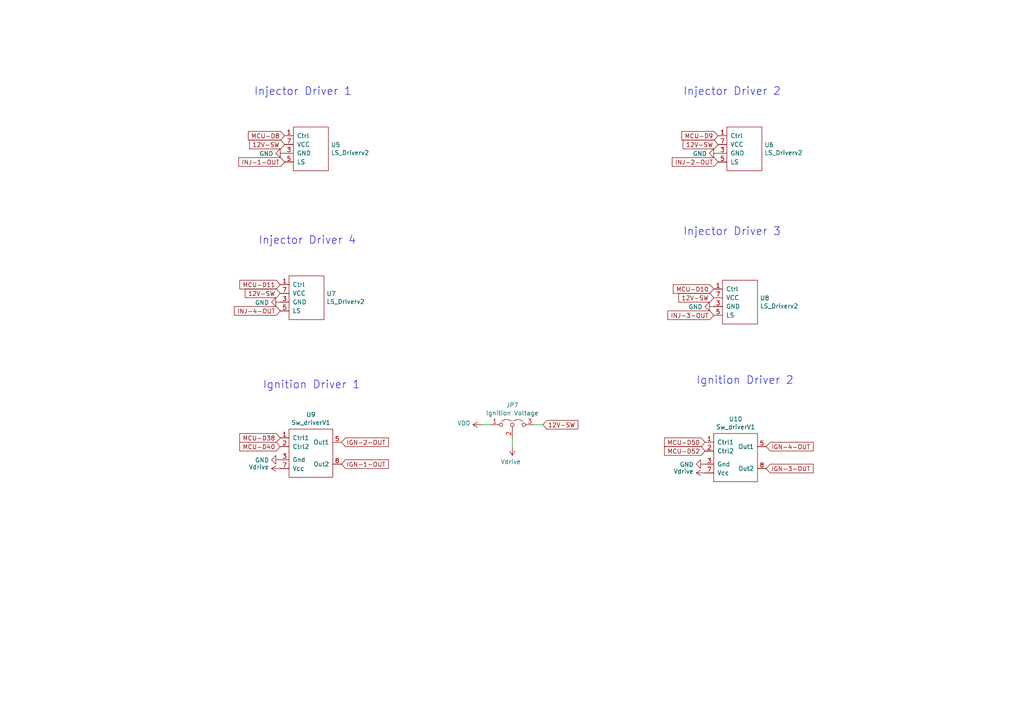
<source format=kicad_sch>
(kicad_sch (version 20211123) (generator eeschema)
  (paper "A4")
  (lib_symbols
    (symbol "J-Eagan:LS_Driverv2" (pin_names (offset 1.016))
      (property "Reference" "U" (at 3.81 -6.35 0))
      (property "Value" "LS_Driverv2" (at 3.81 -6.35 0))
      (symbol "LS_Driverv2_0_1"
        (rectangle (start -5.08 7.62) (end 5.08 -5.08))
      )
      (symbol "LS_Driverv2_1_1"
        (pin input line (at -7.62 5.08 0) (length 2.54) (name "Ctrl") (number "1"))
        (pin power_in line (at -7.62 0 0) (length 2.54) (name "GND") (number "3"))
        (pin power_in line (at -7.62 0 0) (length 2.54) hide (name "GND") (number "4"))
        (pin power_out line (at -7.62 -2.54 0) (length 2.54) (name "LS") (number "5"))
        (pin power_out line (at -7.62 -2.54 0) (length 2.54) hide (name "LS") (number "6"))
        (pin power_in line (at -7.62 2.54 0) (length 2.54) (name "VCC") (number "7"))
      )
    )
    (symbol "J-Eagan:Sw_driverV1" (pin_names (offset 1.016))
      (property "Reference" "U" (at -5.08 8.89 0))
      (property "Value" "Sw_driverV1" (at 0 -7.62 0))
      (symbol "Sw_driverV1_0_1"
        (rectangle (start -6.35 7.62) (end 6.35 -6.35))
      )
      (symbol "Sw_driverV1_1_1"
        (pin input line (at -8.89 5.08 0) (length 2.54) (name "Ctrl1") (number "1"))
        (pin input line (at -8.89 2.54 0) (length 2.54) (name "Ctrl2") (number "2"))
        (pin input line (at -8.89 -1.27 0) (length 2.54) (name "Gnd") (number "3"))
        (pin input line (at -8.89 -1.27 0) (length 2.54) hide (name "Gnd") (number "4"))
        (pin output line (at 8.89 3.81 180) (length 2.54) (name "Out1") (number "5"))
        (pin output line (at 8.89 3.81 180) (length 2.54) hide (name "Out1") (number "6"))
        (pin input line (at -8.89 -3.81 0) (length 2.54) (name "Vcc") (number "7"))
        (pin output line (at 8.89 -2.54 180) (length 2.54) (name "Out2") (number "8"))
      )
    )
    (symbol "Jumper:Jumper_3_Open" (pin_names (offset 0) hide)
      (property "Reference" "JP" (at -2.54 -2.54 0))
      (property "Value" "Jumper_3_Open" (at 0 2.794 0))
      (symbol "Jumper_3_Open_0_0"
        (circle (center -3.302 0) (radius 0.508))
        (circle (center 0 0) (radius 0.508))
        (circle (center 3.302 0) (radius 0.508))
      )
      (symbol "Jumper_3_Open_0_1"
        (arc (start -0.254 1.016) (mid -1.651 1.4992) (end -3.048 1.016))
        (polyline (pts (xy 0 -0.508) (xy 0 -1.27)))
        (arc (start 3.048 1.016) (mid 1.651 1.4992) (end 0.254 1.016))
      )
      (symbol "Jumper_3_Open_1_1"
        (pin passive line (at -6.35 0 0) (length 2.54) (name "A") (number "1"))
        (pin passive line (at 0 -3.81 90) (length 2.54) (name "C") (number "2"))
        (pin passive line (at 6.35 0 180) (length 2.54) (name "B") (number "3"))
      )
    )
    (symbol "power:GND" (power) (pin_names (offset 0))
      (property "Value" "GND" (at 0 -3.81 0))
      (symbol "GND_0_1"
        (polyline (pts (xy 0 0) (xy 0 -1.27) (xy 1.27 -1.27) (xy 0 -2.54) (xy -1.27 -1.27) (xy 0 -1.27)))
      )
      (symbol "GND_1_1"
        (pin power_in line (at 0 0 270) (length 0) hide (name "GND") (number "1"))
      )
    )
    (symbol "power:VDD" (power) (pin_names (offset 0))
      (property "Value" "VDD" (at 0 3.81 0))
      (symbol "VDD_0_1"
        (polyline (pts (xy -0.762 1.27) (xy 0 2.54)))
        (polyline (pts (xy 0 0) (xy 0 2.54)))
        (polyline (pts (xy 0 2.54) (xy 0.762 1.27)))
      )
      (symbol "VDD_1_1"
        (pin power_in line (at 0 0 90) (length 0) hide (name "VDD") (number "1"))
      )
    )
    (symbol "power:Vdrive" (power) (pin_names (offset 0))
      (property "Value" "Vdrive" (at 0 3.81 0))
      (symbol "Vdrive_0_1"
        (polyline (pts (xy -0.762 1.27) (xy 0 2.54)))
        (polyline (pts (xy 0 0) (xy 0 2.54)))
        (polyline (pts (xy 0 2.54) (xy 0.762 1.27)))
      )
      (symbol "Vdrive_1_1"
        (pin power_in line (at 0 0 90) (length 0) hide (name "Vdrive") (number "1"))
      )
    )
  )
  (wire (pts (xy 148.59 129.54) (xy 148.59 127)))
  (wire (pts (xy 142.24 123.19) (xy 139.7 123.19)))
  (wire (pts (xy 154.94 123.19) (xy 157.48 123.19)))
  (text "Injector Driver 1" (at 73.66 27.94 0) (effects (font (size 2.2606 2.2606)) (justify left bottom)))
  (text "Injector Driver 2" (at 198.12 27.94 0) (effects (font (size 2.2606 2.2606)) (justify left bottom)))
  (text "Ignition Driver 1" (at 76.2 113.03 0) (effects (font (size 2.2606 2.2606)) (justify left bottom)))
  (text "Injector Driver 4" (at 74.93 71.12 0) (effects (font (size 2.2606 2.2606)) (justify left bottom)))
  (text "Injector Driver 3" (at 198.12 68.58 0) (effects (font (size 2.2606 2.2606)) (justify left bottom)))
  (text "Ignition Driver 2" (at 201.93 111.76 0) (effects (font (size 2.2606 2.2606)) (justify left bottom)))
  (global_label "IGN-4-OUT" (shape input) (at 222.25 129.54 0) (property "Intersheet References" "${INTERSHEET_REFS}" (effects hide)))
  (global_label "12V-SW" (shape input) (at 81.28 85.09 180) (property "Intersheet References" "${INTERSHEET_REFS}" (effects hide)))
  (global_label "MCU-D11" (shape input) (at 81.28 82.55 180) (property "Intersheet References" "${INTERSHEET_REFS}" (effects hide)))
  (global_label "MCU-D40" (shape input) (at 81.28 129.54 180) (property "Intersheet References" "${INTERSHEET_REFS}" (effects hide)))
  (global_label "INJ-3-OUT" (shape input) (at 207.01 91.44 180) (property "Intersheet References" "${INTERSHEET_REFS}" (effects hide)))
  (global_label "IGN-1-OUT" (shape input) (at 99.06 134.62 0) (property "Intersheet References" "${INTERSHEET_REFS}" (effects hide)))
  (global_label "12V-SW" (shape input) (at 82.55 41.91 180) (property "Intersheet References" "${INTERSHEET_REFS}" (effects hide)))
  (global_label "12V-SW" (shape input) (at 207.01 86.36 180) (property "Intersheet References" "${INTERSHEET_REFS}" (effects hide)))
  (global_label "INJ-1-OUT" (shape input) (at 82.55 46.99 180) (property "Intersheet References" "${INTERSHEET_REFS}" (effects hide)))
  (global_label "12V-SW" (shape input) (at 157.48 123.19 0) (property "Intersheet References" "${INTERSHEET_REFS}" (effects hide)))
  (global_label "INJ-4-OUT" (shape input) (at 81.28 90.17 180) (property "Intersheet References" "${INTERSHEET_REFS}" (effects hide)))
  (global_label "IGN-2-OUT" (shape input) (at 99.06 128.27 0) (property "Intersheet References" "${INTERSHEET_REFS}" (effects hide)))
  (global_label "MCU-D38" (shape input) (at 81.28 127 180) (property "Intersheet References" "${INTERSHEET_REFS}" (effects hide)))
  (global_label "MCU-D50" (shape input) (at 204.47 128.27 180) (property "Intersheet References" "${INTERSHEET_REFS}" (effects hide)))
  (global_label "INJ-2-OUT" (shape input) (at 208.28 46.99 180) (property "Intersheet References" "${INTERSHEET_REFS}" (effects hide)))
  (global_label "MCU-D52" (shape input) (at 204.47 130.81 180) (property "Intersheet References" "${INTERSHEET_REFS}" (effects hide)))
  (global_label "MCU-D8" (shape input) (at 82.55 39.37 180) (property "Intersheet References" "${INTERSHEET_REFS}" (effects hide)))
  (global_label "MCU-D10" (shape input) (at 207.01 83.82 180) (property "Intersheet References" "${INTERSHEET_REFS}" (effects hide)))
  (global_label "IGN-3-OUT" (shape input) (at 222.25 135.89 0) (property "Intersheet References" "${INTERSHEET_REFS}" (effects hide)))
  (global_label "12V-SW" (shape input) (at 208.28 41.91 180) (property "Intersheet References" "${INTERSHEET_REFS}" (effects hide)))
  (global_label "MCU-D9" (shape input) (at 208.28 39.37 180) (property "Intersheet References" "${INTERSHEET_REFS}" (effects hide)))
  (symbol (lib_id "J-Eagan:LS_Driverv2") (at 90.17 44.45 0) (unit 1)
    (property "Reference" "U5" (at 95.9612 42.0116 0) (effects (justify left)))
    (property "Value" "LS_Driverv2" (at 95.9612 44.323 0) (effects (justify left)))
    (property "Footprint" "Package_DIP:DIP-8_W7.62mm_Socket_LongPads" (effects hide))
  )
  (symbol (lib_id "power:Vdrive") (at 81.28 135.89 90) (unit 1)
    (property "Reference" "#PWR041" (effects hide))
    (property "Value" "Vdrive" (at 78.0288 135.4582 90) (effects (justify left)))
  )
  (symbol (lib_id "Jumper:Jumper_3_Open") (at 148.59 123.19 0) (unit 1)
    (property "Reference" "JP7" (at 148.59 117.5004 0))
    (property "Value" "Ignition Voltage" (at 148.59 119.8118 0))
    (property "Footprint" "Connector_PinHeader_2.54mm:PinHeader_1x03_P2.54mm_Vertical" (effects hide))
    (property "Digikey Part Number" "952-2263-ND " (effects hide))
    (property "Manufacturer_Name" "Harwin Inc" (effects hide))
    (property "Manufacturer_Part_Number" "M20-9990345" (effects hide))
    (property "URL" "https://www.digikey.com.au/products/en?keywords=M20-9990345" (effects hide))
  )
  (symbol (lib_id "power:GND") (at 81.28 133.35 270) (unit 1)
    (property "Reference" "#PWR039" (effects hide))
    (property "Value" "GND" (at 78.0288 133.477 90) (effects (justify right)))
  )
  (symbol (lib_id "power:GND") (at 82.55 44.45 270) (unit 1)
    (property "Reference" "#PWR033" (effects hide))
    (property "Value" "GND" (at 79.2988 44.577 90) (effects (justify right)))
  )
  (symbol (lib_id "J-Eagan:Sw_driverV1") (at 90.17 132.08 0) (unit 1)
    (property "Reference" "U9" (at 90.17 120.269 0))
    (property "Value" "Sw_driverV1" (at 90.17 122.5804 0))
    (property "Footprint" "J-Eagan:Sw_driverV1" (effects hide))
  )
  (symbol (lib_id "power:VDD") (at 139.7 123.19 90) (unit 1)
    (property "Reference" "#PWR037" (effects hide))
    (property "Value" "VDD" (at 136.4488 122.7582 90) (effects (justify left)))
  )
  (symbol (lib_id "power:Vdrive") (at 148.59 129.54 180) (unit 1)
    (property "Reference" "#PWR038" (effects hide))
    (property "Value" "Vdrive" (at 148.1328 133.9342 0))
  )
  (symbol (lib_id "power:GND") (at 207.01 88.9 270) (unit 1)
    (property "Reference" "#PWR036" (effects hide))
    (property "Value" "GND" (at 203.7588 89.027 90) (effects (justify right)))
  )
  (symbol (lib_id "J-Eagan:LS_Driverv2") (at 215.9 44.45 0) (unit 1)
    (property "Reference" "U6" (at 221.6912 42.0116 0) (effects (justify left)))
    (property "Value" "LS_Driverv2" (at 221.6912 44.323 0) (effects (justify left)))
    (property "Footprint" "Package_DIP:DIP-8_W7.62mm_Socket_LongPads" (effects hide))
  )
  (symbol (lib_id "power:GND") (at 204.47 134.62 270) (unit 1)
    (property "Reference" "#PWR040" (effects hide))
    (property "Value" "GND" (at 201.2188 134.747 90) (effects (justify right)))
  )
  (symbol (lib_id "power:GND") (at 208.28 44.45 270) (unit 1)
    (property "Reference" "#PWR034" (effects hide))
    (property "Value" "GND" (at 205.0288 44.577 90) (effects (justify right)))
  )
  (symbol (lib_id "power:GND") (at 81.28 87.63 270) (unit 1)
    (property "Reference" "#PWR035" (effects hide))
    (property "Value" "GND" (at 78.0288 87.757 90) (effects (justify right)))
  )
  (symbol (lib_id "J-Eagan:LS_Driverv2") (at 214.63 88.9 0) (unit 1)
    (property "Reference" "U8" (at 220.4212 86.4616 0) (effects (justify left)))
    (property "Value" "LS_Driverv2" (at 220.4212 88.773 0) (effects (justify left)))
    (property "Footprint" "Package_DIP:DIP-8_W7.62mm_Socket_LongPads" (effects hide))
  )
  (symbol (lib_id "J-Eagan:LS_Driverv2") (at 88.9 87.63 0) (unit 1)
    (property "Reference" "U7" (at 94.6912 85.1916 0) (effects (justify left)))
    (property "Value" "LS_Driverv2" (at 94.6912 87.503 0) (effects (justify left)))
    (property "Footprint" "Package_DIP:DIP-8_W7.62mm_Socket_LongPads" (effects hide))
  )
  (symbol (lib_id "J-Eagan:Sw_driverV1") (at 213.36 133.35 0) (unit 1)
    (property "Reference" "U10" (at 213.36 121.539 0))
    (property "Value" "Sw_driverV1" (at 213.36 123.8504 0))
    (property "Footprint" "J-Eagan:Sw_driverV1" (effects hide))
  )
  (symbol (lib_id "power:Vdrive") (at 204.47 137.16 90) (unit 1)
    (property "Reference" "#PWR042" (effects hide))
    (property "Value" "Vdrive" (at 201.2188 136.7282 90) (effects (justify left)))
  )
)
</source>
